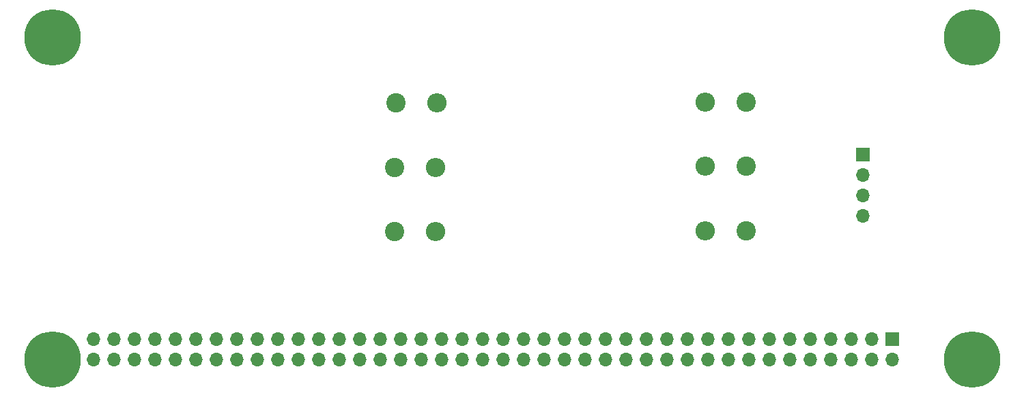
<source format=gbr>
%TF.GenerationSoftware,KiCad,Pcbnew,8.0.6*%
%TF.CreationDate,2024-11-20T23:28:49-08:00*%
%TF.ProjectId,411 Schematic,34313120-5363-4686-956d-617469632e6b,4*%
%TF.SameCoordinates,Original*%
%TF.FileFunction,Soldermask,Bot*%
%TF.FilePolarity,Negative*%
%FSLAX46Y46*%
G04 Gerber Fmt 4.6, Leading zero omitted, Abs format (unit mm)*
G04 Created by KiCad (PCBNEW 8.0.6) date 2024-11-20 23:28:49*
%MOMM*%
%LPD*%
G01*
G04 APERTURE LIST*
%ADD10C,3.900000*%
%ADD11C,7.000000*%
%ADD12C,2.400000*%
%ADD13O,2.400000X2.400000*%
%ADD14R,1.700000X1.700000*%
%ADD15O,1.700000X1.700000*%
G04 APERTURE END LIST*
D10*
%TO.C,REF\u002A\u002A*%
X44000000Y-96000000D03*
D11*
X44000000Y-96000000D03*
%TD*%
D10*
%TO.C,REF\u002A\u002A*%
X44000000Y-56000000D03*
D11*
X44000000Y-56000000D03*
%TD*%
D12*
%TO.C,R1*%
X86612100Y-64116500D03*
D13*
X91692100Y-64116500D03*
%TD*%
D12*
%TO.C,R5*%
X130000000Y-64000000D03*
D13*
X124920000Y-64000000D03*
%TD*%
D12*
%TO.C,R2*%
X86452100Y-80116500D03*
D13*
X91532100Y-80116500D03*
%TD*%
D12*
%TO.C,R4*%
X130000000Y-80000000D03*
D13*
X124920000Y-80000000D03*
%TD*%
D12*
%TO.C,R3*%
X86452100Y-72116500D03*
D13*
X91532100Y-72116500D03*
%TD*%
D14*
%TO.C,U4*%
X144500000Y-70500000D03*
D15*
X144500000Y-73040000D03*
X144500000Y-75580000D03*
X144500000Y-78120000D03*
%TD*%
D12*
%TO.C,R6*%
X130000000Y-72000000D03*
D13*
X124920000Y-72000000D03*
%TD*%
D14*
%TO.C,40_Pin_Header1*%
X148160000Y-93500000D03*
D15*
X148160000Y-96040000D03*
X145620000Y-93500000D03*
X145620000Y-96040000D03*
X143080000Y-93500000D03*
X143080000Y-96040000D03*
X140540000Y-93500000D03*
X140540000Y-96040000D03*
X138000000Y-93500000D03*
X138000000Y-96040000D03*
X135460000Y-93500000D03*
X135460000Y-96040000D03*
X132920000Y-93500000D03*
X132920000Y-96040000D03*
X130380000Y-93500000D03*
X130380000Y-96040000D03*
X127840000Y-93500000D03*
X127840000Y-96040000D03*
X125300000Y-93500000D03*
X125300000Y-96040000D03*
X122760000Y-93500000D03*
X122760000Y-96040000D03*
X120220000Y-93500000D03*
X120220000Y-96040000D03*
X117680000Y-93500000D03*
X117680000Y-96040000D03*
X115140000Y-93500000D03*
X115140000Y-96040000D03*
X112600000Y-93500000D03*
X112600000Y-96040000D03*
X110060000Y-93500000D03*
X110060000Y-96040000D03*
X107520000Y-93500000D03*
X107520000Y-96040000D03*
X104980000Y-93500000D03*
X104980000Y-96040000D03*
X102440000Y-93500000D03*
X102440000Y-96040000D03*
X99900000Y-93500000D03*
X99900000Y-96040000D03*
X97360000Y-93500000D03*
X97360000Y-96040000D03*
X94820000Y-93500000D03*
X94820000Y-96040000D03*
X92280000Y-93500000D03*
X92280000Y-96040000D03*
X89740000Y-93500000D03*
X89740000Y-96040000D03*
X87200000Y-93500000D03*
X87200000Y-96040000D03*
X84660000Y-93500000D03*
X84660000Y-96040000D03*
X82120000Y-93500000D03*
X82120000Y-96040000D03*
X79580000Y-93500000D03*
X79580000Y-96040000D03*
X77040000Y-93500000D03*
X77040000Y-96040000D03*
X74500000Y-93500000D03*
X74500000Y-96040000D03*
X71960000Y-93500000D03*
X71960000Y-96040000D03*
X69420000Y-93500000D03*
X69420000Y-96040000D03*
X66880000Y-93500000D03*
X66880000Y-96040000D03*
X64340000Y-93500000D03*
X64340000Y-96040000D03*
X61800000Y-93500000D03*
X61800000Y-96040000D03*
X59260000Y-93500000D03*
X59260000Y-96040000D03*
X56720000Y-93500000D03*
X56720000Y-96040000D03*
X54180000Y-93500000D03*
X54180000Y-96040000D03*
X51640000Y-93500000D03*
X51640000Y-96040000D03*
X49100000Y-93500000D03*
X49100000Y-96040000D03*
%TD*%
D11*
%TO.C,REF\u002A\u002A*%
X158000000Y-56000000D03*
D10*
X158000000Y-56000000D03*
%TD*%
%TO.C,REF\u002A\u002A*%
X158000000Y-96000000D03*
D11*
X158000000Y-96000000D03*
%TD*%
M02*

</source>
